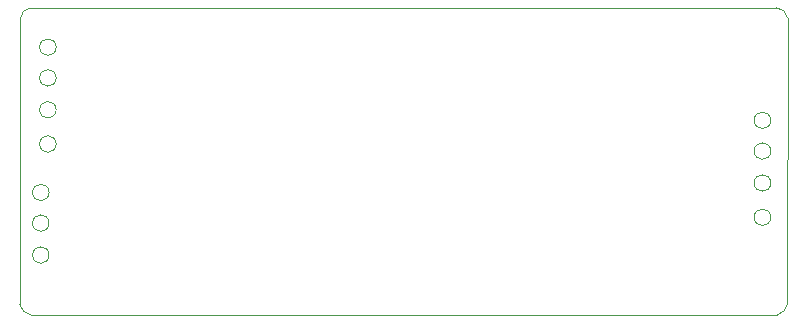
<source format=gbr>
%TF.GenerationSoftware,KiCad,Pcbnew,7.0.7*%
%TF.CreationDate,2024-03-01T11:29:19-05:00*%
%TF.ProjectId,Sh_mas,5368e96d-6173-42e6-9b69-6361645f7063,1.0*%
%TF.SameCoordinates,Original*%
%TF.FileFunction,Profile,NP*%
%FSLAX46Y46*%
G04 Gerber Fmt 4.6, Leading zero omitted, Abs format (unit mm)*
G04 Created by KiCad (PCBNEW 7.0.7) date 2024-03-01 11:29:19*
%MOMM*%
%LPD*%
G01*
G04 APERTURE LIST*
%TA.AperFunction,Profile*%
%ADD10C,0.100000*%
%TD*%
G04 APERTURE END LIST*
D10*
X157320220Y-86414758D02*
X157325881Y-62207423D01*
X93260242Y-87345220D02*
X156467577Y-87350881D01*
X92350000Y-62300000D02*
X92324119Y-86492577D01*
X156389758Y-61354780D02*
X93202643Y-61363877D01*
X157325882Y-62207423D02*
G75*
G03*
X156389758Y-61354780I-1036123J-197357D01*
G01*
X156467577Y-87350882D02*
G75*
G03*
X157320220Y-86414758I-197357J1036123D01*
G01*
X92324118Y-86492577D02*
G75*
G03*
X93260242Y-87345220I1036123J197357D01*
G01*
X93202643Y-61363877D02*
G75*
G03*
X92350000Y-62300000I197357J-1036123D01*
G01*
X94800000Y-82300000D02*
G75*
G03*
X94800000Y-82300000I-700000J0D01*
G01*
X155900000Y-76200000D02*
G75*
G03*
X155900000Y-76200000I-700000J0D01*
G01*
X155900000Y-70900000D02*
G75*
G03*
X155900000Y-70900000I-700000J0D01*
G01*
X95400000Y-64700000D02*
G75*
G03*
X95400000Y-64700000I-700000J0D01*
G01*
X94800000Y-79600000D02*
G75*
G03*
X94800000Y-79600000I-700000J0D01*
G01*
X94800000Y-77000000D02*
G75*
G03*
X94800000Y-77000000I-700000J0D01*
G01*
X95400000Y-70000000D02*
G75*
G03*
X95400000Y-70000000I-700000J0D01*
G01*
X155900000Y-79100000D02*
G75*
G03*
X155900000Y-79100000I-700000J0D01*
G01*
X95400000Y-67300000D02*
G75*
G03*
X95400000Y-67300000I-700000J0D01*
G01*
X95400000Y-72900000D02*
G75*
G03*
X95400000Y-72900000I-700000J0D01*
G01*
X155900000Y-73500000D02*
G75*
G03*
X155900000Y-73500000I-700000J0D01*
G01*
M02*

</source>
